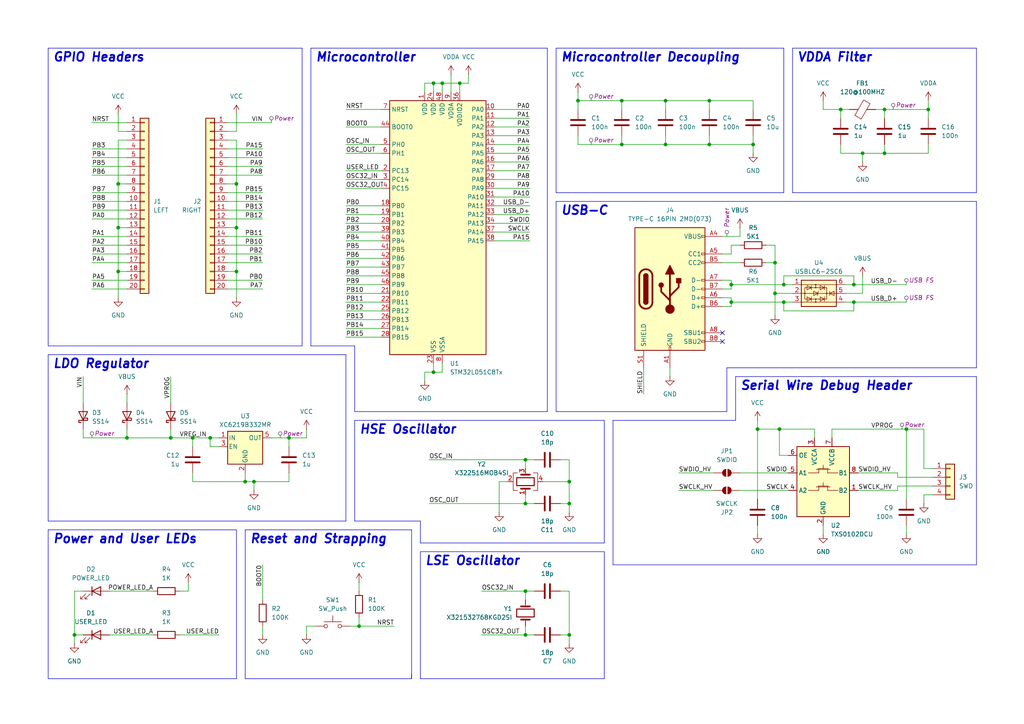
<source format=kicad_sch>
(kicad_sch (version 20231120) (generator "eeschema") (generator_version "8.0")
  (paper "A4")
  (title_block (title "PicoLP v1.0 Microcontroller Board") (date "2024-09-17") (rev "v1.0"))
  (junction (at 152.4 171.45))
  (junction (at 104.14 181.61))
  (junction (at 243.84 31.75))
  (junction (at 73.66 139.7))
  (junction (at 165.1 184.15))
  (junction (at 205.74 41.91))
  (junction (at 68.58 78.74))
  (junction (at 165.1 146.05))
  (junction (at 36.83 127))
  (junction (at 193.04 41.91))
  (junction (at 60.96 127))
  (junction (at 180.34 41.91))
  (junction (at 34.29 53.34))
  (junction (at 224.79 85.09))
  (junction (at 49.53 127))
  (junction (at 34.29 78.74))
  (junction (at 219.71 124.46))
  (junction (at 226.06 124.46))
  (junction (at 68.58 53.34))
  (junction (at 269.24 31.75))
  (junction (at 152.4 146.05))
  (junction (at 247.65 82.55))
  (junction (at 21.59 184.15))
  (junction (at 55.88 127))
  (junction (at 193.04 29.21))
  (junction (at 34.29 66.04))
  (junction (at 218.44 41.91))
  (junction (at 205.74 29.21))
  (junction (at 133.35 24.13))
  (junction (at 152.4 133.35))
  (junction (at 262.89 124.46))
  (junction (at 152.4 184.15))
  (junction (at 180.34 29.21))
  (junction (at 83.82 127))
  (junction (at 256.54 44.45))
  (junction (at 224.79 76.2))
  (junction (at 250.19 44.45))
  (junction (at 71.12 139.7))
  (junction (at 212.09 82.55))
  (junction (at 167.64 29.21))
  (junction (at 256.54 31.75))
  (junction (at 165.1 139.7))
  (junction (at 247.65 87.63))
  (junction (at 212.09 87.63))
  (junction (at 125.73 107.95))
  (junction (at 125.73 24.13))
  (junction (at 68.58 66.04))
  (junction (at 128.27 24.13))
  (junction (at 227.33 87.63))
  (junction (at 227.33 82.55))
  (no_connect (at 209.55 96.52))
  (no_connect (at 209.55 99.06))
  (wire (pts (xy 143.51 69.85) (xy 153.67 69.85)))
  (polyline (pts (xy 158.75 13.97) (xy 90.17 13.97)))
  (wire (pts (xy 26.67 50.8) (xy 36.83 50.8)))
  (wire (pts (xy 218.44 41.91) (xy 218.44 39.37)))
  (polyline (pts (xy 210.82 106.68) (xy 283.21 106.68)))
  (wire (pts (xy 68.58 78.74) (xy 68.58 86.36)))
  (wire (pts (xy 88.9 184.15) (xy 88.9 181.61)))
  (polyline (pts (xy 90.17 13.97) (xy 90.17 100.33)))
  (polyline (pts (xy 13.97 102.87) (xy 100.33 102.87)))
  (wire (pts (xy 214.63 142.24) (xy 228.6 142.24)))
  (wire (pts (xy 36.83 73.66) (xy 26.67 73.66)))
  (wire (pts (xy 143.51 64.77) (xy 153.67 64.77)))
  (wire (pts (xy 212.09 86.36) (xy 212.09 87.63)))
  (wire (pts (xy 21.59 171.45) (xy 24.13 171.45)))
  (wire (pts (xy 154.94 133.35) (xy 152.4 133.35)))
  (wire (pts (xy 152.4 146.05) (xy 154.94 146.05)))
  (polyline (pts (xy 71.12 196.85) (xy 119.38 196.85)) (stroke (width 0) (type solid)))
  (wire (pts (xy 144.78 148.59) (xy 144.78 139.7)))
  (wire (pts (xy 227.33 90.17) (xy 227.33 87.63)))
  (polyline (pts (xy 100.33 102.87) (xy 100.33 151.13)))
  (wire (pts (xy 226.06 132.08) (xy 226.06 124.46)))
  (polyline (pts (xy 121.92 151.13) (xy 121.92 157.48)))
  (wire (pts (xy 143.51 39.37) (xy 153.67 39.37)))
  (polyline (pts (xy 213.36 121.92) (xy 213.36 109.22)))
  (wire (pts (xy 152.4 184.15) (xy 154.94 184.15)))
  (wire (pts (xy 162.56 184.15) (xy 165.1 184.15)))
  (wire (pts (xy 83.82 127) (xy 78.74 127)))
  (wire (pts (xy 34.29 38.1) (xy 36.83 38.1)))
  (wire (pts (xy 238.76 31.75) (xy 238.76 29.21)))
  (polyline (pts (xy 121.92 151.13) (xy 102.87 151.13)))
  (wire (pts (xy 135.89 24.13) (xy 133.35 24.13)))
  (polyline (pts (xy 213.36 109.22) (xy 283.21 109.22)))
  (wire (pts (xy 205.74 39.37) (xy 205.74 41.91)))
  (wire (pts (xy 100.33 92.71) (xy 110.49 92.71)))
  (polyline (pts (xy 175.26 196.85) (xy 121.92 196.85)))
  (polyline (pts (xy 175.26 196.85) (xy 175.26 160.02)))
  (wire (pts (xy 66.04 43.18) (xy 76.2 43.18)))
  (wire (pts (xy 209.55 68.58) (xy 214.63 68.58)))
  (polyline (pts (xy 13.97 196.85) (xy 68.58 196.85)) (stroke (width 0) (type solid)))
  (wire (pts (xy 100.33 95.25) (xy 110.49 95.25)))
  (wire (pts (xy 143.51 54.61) (xy 153.67 54.61)))
  (wire (pts (xy 205.74 31.75) (xy 205.74 29.21)))
  (wire (pts (xy 36.83 40.64) (xy 34.29 40.64)))
  (wire (pts (xy 143.51 49.53) (xy 153.67 49.53)))
  (wire (pts (xy 31.75 171.45) (xy 44.45 171.45)))
  (wire (pts (xy 212.09 81.28) (xy 212.09 82.55)))
  (wire (pts (xy 100.33 64.77) (xy 110.49 64.77)))
  (wire (pts (xy 49.53 109.22) (xy 49.53 116.84)))
  (wire (pts (xy 165.1 171.45) (xy 162.56 171.45)))
  (wire (pts (xy 269.24 29.21) (xy 269.24 31.75)))
  (wire (pts (xy 180.34 29.21) (xy 193.04 29.21)))
  (wire (pts (xy 76.2 63.5) (xy 66.04 63.5)))
  (wire (pts (xy 256.54 31.75) (xy 254 31.75)))
  (wire (pts (xy 269.24 31.75) (xy 269.24 34.29)))
  (wire (pts (xy 209.55 83.82) (xy 212.09 83.82)))
  (wire (pts (xy 143.51 57.15) (xy 153.67 57.15)))
  (wire (pts (xy 26.67 58.42) (xy 36.83 58.42)))
  (wire (pts (xy 36.83 68.58) (xy 26.67 68.58)))
  (wire (pts (xy 36.83 114.3) (xy 36.83 116.84)))
  (polyline (pts (xy 102.87 100.33) (xy 102.87 119.38)))
  (wire (pts (xy 212.09 71.12) (xy 214.63 71.12)))
  (polyline (pts (xy 13.97 102.87) (xy 13.97 151.13)))
  (wire (pts (xy 76.2 81.28) (xy 66.04 81.28)))
  (wire (pts (xy 212.09 82.55) (xy 212.09 83.82)))
  (polyline (pts (xy 229.87 13.97) (xy 229.87 55.88)))
  (wire (pts (xy 100.33 36.83) (xy 110.49 36.83)))
  (wire (pts (xy 165.1 133.35) (xy 162.56 133.35)))
  (wire (pts (xy 165.1 186.69) (xy 165.1 184.15)))
  (wire (pts (xy 143.51 44.45) (xy 153.67 44.45)))
  (wire (pts (xy 260.35 138.43) (xy 270.51 138.43)))
  (polyline (pts (xy 13.97 153.67) (xy 13.97 196.85)) (stroke (width 0) (type solid)))
  (wire (pts (xy 100.33 31.75) (xy 110.49 31.75)))
  (polyline (pts (xy 229.87 13.97) (xy 283.21 13.97)))
  (wire (pts (xy 180.34 41.91) (xy 167.64 41.91)))
  (wire (pts (xy 100.33 59.69) (xy 110.49 59.69)))
  (wire (pts (xy 68.58 53.34) (xy 66.04 53.34)))
  (wire (pts (xy 224.79 85.09) (xy 229.87 85.09)))
  (wire (pts (xy 238.76 154.94) (xy 238.76 152.4)))
  (wire (pts (xy 269.24 41.91) (xy 269.24 44.45)))
  (wire (pts (xy 248.92 137.16) (xy 260.35 137.16)))
  (wire (pts (xy 110.49 49.53) (xy 100.33 49.53)))
  (wire (pts (xy 100.33 52.07) (xy 110.49 52.07)))
  (wire (pts (xy 186.69 106.68) (xy 186.69 114.3)))
  (wire (pts (xy 243.84 31.75) (xy 238.76 31.75)))
  (wire (pts (xy 49.53 127) (xy 55.88 127)))
  (wire (pts (xy 21.59 171.45) (xy 21.59 184.15)))
  (wire (pts (xy 243.84 31.75) (xy 243.84 34.29)))
  (polyline (pts (xy 177.8 163.83) (xy 177.8 121.92)))
  (wire (pts (xy 68.58 66.04) (xy 66.04 66.04)))
  (wire (pts (xy 60.96 127) (xy 60.96 129.54)))
  (wire (pts (xy 76.2 73.66) (xy 66.04 73.66)))
  (wire (pts (xy 60.96 127) (xy 55.88 127)))
  (wire (pts (xy 100.33 69.85) (xy 110.49 69.85)))
  (wire (pts (xy 222.25 76.2) (xy 224.79 76.2)))
  (wire (pts (xy 245.11 82.55) (xy 247.65 82.55)))
  (wire (pts (xy 76.2 58.42) (xy 66.04 58.42)))
  (wire (pts (xy 262.89 124.46) (xy 267.97 124.46)))
  (wire (pts (xy 63.5 127) (xy 60.96 127)))
  (wire (pts (xy 227.33 82.55) (xy 227.33 80.01)))
  (wire (pts (xy 267.97 146.05) (xy 267.97 143.51)))
  (wire (pts (xy 100.33 44.45) (xy 110.49 44.45)))
  (wire (pts (xy 167.64 31.75) (xy 167.64 29.21)))
  (wire (pts (xy 68.58 33.02) (xy 68.58 38.1)))
  (wire (pts (xy 128.27 24.13) (xy 133.35 24.13)))
  (wire (pts (xy 143.51 36.83) (xy 153.67 36.83)))
  (wire (pts (xy 128.27 105.41) (xy 128.27 107.95)))
  (wire (pts (xy 152.4 143.51) (xy 152.4 146.05)))
  (wire (pts (xy 224.79 76.2) (xy 224.79 85.09)))
  (wire (pts (xy 24.13 116.84) (xy 24.13 109.22)))
  (polyline (pts (xy 87.63 100.33) (xy 87.63 13.97)))
  (wire (pts (xy 100.33 87.63) (xy 110.49 87.63)))
  (polyline (pts (xy 227.33 13.97) (xy 161.29 13.97)))
  (wire (pts (xy 100.33 85.09) (xy 110.49 85.09)))
  (wire (pts (xy 68.58 53.34) (xy 68.58 66.04)))
  (wire (pts (xy 167.64 39.37) (xy 167.64 41.91)))
  (wire (pts (xy 139.7 171.45) (xy 152.4 171.45)))
  (polyline (pts (xy 102.87 121.92) (xy 175.26 121.92)))
  (wire (pts (xy 36.83 76.2) (xy 26.67 76.2)))
  (wire (pts (xy 224.79 71.12) (xy 222.25 71.12)))
  (wire (pts (xy 212.09 87.63) (xy 227.33 87.63)))
  (wire (pts (xy 154.94 171.45) (xy 152.4 171.45)))
  (wire (pts (xy 224.79 85.09) (xy 224.79 91.44)))
  (wire (pts (xy 162.56 146.05) (xy 165.1 146.05)))
  (wire (pts (xy 100.33 62.23) (xy 110.49 62.23)))
  (wire (pts (xy 34.29 66.04) (xy 36.83 66.04)))
  (wire (pts (xy 100.33 72.39) (xy 110.49 72.39)))
  (wire (pts (xy 26.67 43.18) (xy 36.83 43.18)))
  (polyline (pts (xy 100.33 151.13) (xy 13.97 151.13)))
  (wire (pts (xy 24.13 127) (xy 36.83 127)))
  (wire (pts (xy 125.73 24.13) (xy 125.73 26.67)))
  (wire (pts (xy 101.6 181.61) (xy 104.14 181.61)))
  (wire (pts (xy 100.33 97.79) (xy 110.49 97.79)))
  (wire (pts (xy 34.29 78.74) (xy 34.29 86.36)))
  (wire (pts (xy 219.71 124.46) (xy 226.06 124.46)))
  (polyline (pts (xy 283.21 109.22) (xy 283.21 163.83)))
  (wire (pts (xy 66.04 38.1) (xy 68.58 38.1)))
  (wire (pts (xy 260.35 137.16) (xy 260.35 138.43)))
  (wire (pts (xy 152.4 181.61) (xy 152.4 184.15)))
  (wire (pts (xy 124.46 133.35) (xy 152.4 133.35)))
  (wire (pts (xy 226.06 124.46) (xy 236.22 124.46)))
  (wire (pts (xy 167.64 26.67) (xy 167.64 29.21)))
  (wire (pts (xy 248.92 142.24) (xy 260.35 142.24)))
  (wire (pts (xy 227.33 80.01) (xy 247.65 80.01)))
  (wire (pts (xy 205.74 41.91) (xy 218.44 41.91)))
  (polyline (pts (xy 283.21 58.42) (xy 161.29 58.42)))
  (wire (pts (xy 123.19 26.67) (xy 123.19 24.13)))
  (wire (pts (xy 193.04 29.21) (xy 193.04 31.75)))
  (wire (pts (xy 36.83 127) (xy 49.53 127)))
  (wire (pts (xy 270.51 140.97) (xy 260.35 140.97)))
  (wire (pts (xy 165.1 146.05) (xy 165.1 139.7)))
  (wire (pts (xy 76.2 60.96) (xy 66.04 60.96)))
  (polyline (pts (xy 227.33 55.88) (xy 227.33 13.97)))
  (wire (pts (xy 26.67 48.26) (xy 36.83 48.26)))
  (wire (pts (xy 123.19 107.95) (xy 125.73 107.95)))
  (wire (pts (xy 241.3 124.46) (xy 241.3 127)))
  (polyline (pts (xy 13.97 13.97) (xy 13.97 100.33)))
  (wire (pts (xy 26.67 45.72) (xy 36.83 45.72)))
  (wire (pts (xy 262.89 124.46) (xy 262.89 144.78)))
  (polyline (pts (xy 71.12 153.67) (xy 119.38 153.67)) (stroke (width 0) (type solid)))
  (wire (pts (xy 63.5 129.54) (xy 60.96 129.54)))
  (polyline (pts (xy 68.58 153.67) (xy 68.58 196.85)) (stroke (width 0) (type solid)))
  (wire (pts (xy 88.9 124.46) (xy 88.9 127)))
  (polyline (pts (xy 283.21 106.68) (xy 283.21 58.42)))
  (wire (pts (xy 267.97 124.46) (xy 267.97 135.89)))
  (polyline (pts (xy 158.75 119.38) (xy 158.75 13.97)))
  (polyline (pts (xy 102.87 119.38) (xy 158.75 119.38)))
  (polyline (pts (xy 161.29 13.97) (xy 161.29 55.88)))
  (wire (pts (xy 246.38 31.75) (xy 243.84 31.75)))
  (wire (pts (xy 66.04 45.72) (xy 76.2 45.72)))
  (wire (pts (xy 269.24 44.45) (xy 256.54 44.45)))
  (wire (pts (xy 125.73 24.13) (xy 128.27 24.13)))
  (wire (pts (xy 143.51 52.07) (xy 153.67 52.07)))
  (polyline (pts (xy 161.29 119.38) (xy 210.82 119.38)))
  (wire (pts (xy 250.19 44.45) (xy 243.84 44.45)))
  (wire (pts (xy 34.29 33.02) (xy 34.29 38.1)))
  (wire (pts (xy 193.04 41.91) (xy 180.34 41.91)))
  (wire (pts (xy 76.2 68.58) (xy 66.04 68.58)))
  (polyline (pts (xy 121.92 160.02) (xy 121.92 196.85)))
  (wire (pts (xy 250.19 80.01) (xy 250.19 85.09)))
  (wire (pts (xy 55.88 139.7) (xy 71.12 139.7)))
  (wire (pts (xy 100.33 80.01) (xy 110.49 80.01)))
  (wire (pts (xy 124.46 146.05) (xy 152.4 146.05)))
  (wire (pts (xy 165.1 148.59) (xy 165.1 146.05)))
  (polyline (pts (xy 90.17 100.33) (xy 102.87 100.33)))
  (wire (pts (xy 218.44 41.91) (xy 218.44 44.45)))
  (wire (pts (xy 100.33 82.55) (xy 110.49 82.55)))
  (wire (pts (xy 214.63 137.16) (xy 228.6 137.16)))
  (polyline (pts (xy 119.38 196.85) (xy 119.38 153.67)) (stroke (width 0) (type solid)))
  (wire (pts (xy 165.1 184.15) (xy 165.1 171.45)))
  (wire (pts (xy 34.29 66.04) (xy 34.29 78.74)))
  (wire (pts (xy 250.19 46.99) (xy 250.19 44.45)))
  (wire (pts (xy 143.51 31.75) (xy 153.67 31.75)))
  (polyline (pts (xy 283.21 163.83) (xy 177.8 163.83)))
  (wire (pts (xy 73.66 139.7) (xy 83.82 139.7)))
  (wire (pts (xy 207.01 142.24) (xy 196.85 142.24)))
  (wire (pts (xy 219.71 152.4) (xy 219.71 154.94)))
  (wire (pts (xy 144.78 139.7) (xy 147.32 139.7)))
  (wire (pts (xy 68.58 78.74) (xy 66.04 78.74)))
  (wire (pts (xy 256.54 31.75) (xy 256.54 34.29)))
  (wire (pts (xy 104.14 168.91) (xy 104.14 171.45)))
  (wire (pts (xy 167.64 29.21) (xy 180.34 29.21)))
  (wire (pts (xy 143.51 41.91) (xy 153.67 41.91)))
  (wire (pts (xy 66.04 35.56) (xy 78.74 35.56)))
  (wire (pts (xy 100.33 67.31) (xy 110.49 67.31)))
  (wire (pts (xy 214.63 66.04) (xy 214.63 68.58)))
  (wire (pts (xy 236.22 127) (xy 236.22 124.46)))
  (wire (pts (xy 66.04 83.82) (xy 76.2 83.82)))
  (wire (pts (xy 34.29 78.74) (xy 36.83 78.74)))
  (wire (pts (xy 68.58 66.04) (xy 68.58 78.74)))
  (wire (pts (xy 21.59 184.15) (xy 24.13 184.15)))
  (wire (pts (xy 247.65 82.55) (xy 262.89 82.55)))
  (wire (pts (xy 100.33 41.91) (xy 110.49 41.91)))
  (wire (pts (xy 123.19 24.13) (xy 125.73 24.13)))
  (polyline (pts (xy 71.12 153.67) (xy 71.12 196.85)) (stroke (width 0) (type solid)))
  (wire (pts (xy 218.44 29.21) (xy 218.44 31.75)))
  (wire (pts (xy 34.29 40.64) (xy 34.29 53.34)))
  (wire (pts (xy 241.3 124.46) (xy 262.89 124.46)))
  (wire (pts (xy 180.34 39.37) (xy 180.34 41.91)))
  (wire (pts (xy 193.04 29.21) (xy 205.74 29.21)))
  (wire (pts (xy 243.84 44.45) (xy 243.84 41.91)))
  (wire (pts (xy 247.65 87.63) (xy 247.65 90.17)))
  (wire (pts (xy 245.11 87.63) (xy 247.65 87.63)))
  (wire (pts (xy 143.51 46.99) (xy 153.67 46.99)))
  (wire (pts (xy 66.04 40.64) (xy 68.58 40.64)))
  (wire (pts (xy 52.07 184.15) (xy 63.5 184.15)))
  (wire (pts (xy 269.24 31.75) (xy 256.54 31.75)))
  (wire (pts (xy 165.1 139.7) (xy 165.1 133.35)))
  (wire (pts (xy 21.59 186.69) (xy 21.59 184.15)))
  (wire (pts (xy 66.04 48.26) (xy 76.2 48.26)))
  (wire (pts (xy 76.2 184.15) (xy 76.2 181.61)))
  (wire (pts (xy 256.54 41.91) (xy 256.54 44.45)))
  (wire (pts (xy 260.35 140.97) (xy 260.35 142.24)))
  (wire (pts (xy 26.67 55.88) (xy 36.83 55.88)))
  (polyline (pts (xy 87.63 13.97) (xy 13.97 13.97)))
  (wire (pts (xy 212.09 87.63) (xy 212.09 88.9)))
  (wire (pts (xy 193.04 41.91) (xy 193.04 39.37)))
  (wire (pts (xy 55.88 137.16) (xy 55.88 139.7)))
  (wire (pts (xy 76.2 71.12) (xy 66.04 71.12)))
  (wire (pts (xy 125.73 105.41) (xy 125.73 107.95)))
  (wire (pts (xy 256.54 44.45) (xy 250.19 44.45)))
  (wire (pts (xy 24.13 124.46) (xy 24.13 127)))
  (wire (pts (xy 196.85 137.16) (xy 207.01 137.16)))
  (wire (pts (xy 76.2 76.2) (xy 66.04 76.2)))
  (wire (pts (xy 247.65 87.63) (xy 262.89 87.63)))
  (polyline (pts (xy 210.82 119.38) (xy 210.82 106.68)))
  (wire (pts (xy 227.33 87.63) (xy 229.87 87.63)))
  (wire (pts (xy 125.73 107.95) (xy 128.27 107.95)))
  (polyline (pts (xy 119.38 196.85) (xy 119.38 195.58)) (stroke (width 0) (type solid)))
  (wire (pts (xy 152.4 133.35) (xy 152.4 135.89)))
  (wire (pts (xy 194.31 106.68) (xy 194.31 109.22)))
  (wire (pts (xy 100.33 54.61) (xy 110.49 54.61)))
  (wire (pts (xy 104.14 179.07) (xy 104.14 181.61)))
  (wire (pts (xy 114.3 181.61) (xy 104.14 181.61)))
  (wire (pts (xy 71.12 137.16) (xy 71.12 139.7)))
  (wire (pts (xy 152.4 171.45) (xy 152.4 173.99)))
  (wire (pts (xy 139.7 184.15) (xy 152.4 184.15)))
  (wire (pts (xy 227.33 82.55) (xy 229.87 82.55)))
  (wire (pts (xy 209.55 81.28) (xy 212.09 81.28)))
  (wire (pts (xy 54.61 168.91) (xy 54.61 171.45)))
  (wire (pts (xy 55.88 127) (xy 55.88 129.54)))
  (wire (pts (xy 100.33 74.93) (xy 110.49 74.93)))
  (wire (pts (xy 247.65 80.01) (xy 247.65 82.55)))
  (polyline (pts (xy 177.8 121.92) (xy 213.36 121.92)))
  (polyline (pts (xy 283.21 55.88) (xy 283.21 13.97)))
  (wire (pts (xy 100.33 90.17) (xy 110.49 90.17)))
  (wire (pts (xy 133.35 24.13) (xy 133.35 26.67)))
  (wire (pts (xy 180.34 29.21) (xy 180.34 31.75)))
  (wire (pts (xy 205.74 29.21) (xy 218.44 29.21)))
  (wire (pts (xy 143.51 62.23) (xy 153.67 62.23)))
  (polyline (pts (xy 161.29 55.88) (xy 227.33 55.88)))
  (wire (pts (xy 267.97 143.51) (xy 270.51 143.51)))
  (wire (pts (xy 73.66 142.24) (xy 73.66 139.7)))
  (wire (pts (xy 100.33 77.47) (xy 110.49 77.47)))
  (polyline (pts (xy 102.87 121.92) (xy 102.87 151.13)))
  (wire (pts (xy 54.61 171.45) (xy 52.07 171.45)))
  (wire (pts (xy 209.55 86.36) (xy 212.09 86.36)))
  (wire (pts (xy 68.58 40.64) (xy 68.58 53.34)))
  (polyline (pts (xy 161.29 58.42) (xy 161.29 119.38)))
  (wire (pts (xy 212.09 88.9) (xy 209.55 88.9)))
  (wire (pts (xy 128.27 26.67) (xy 128.27 24.13)))
  (wire (pts (xy 143.51 34.29) (xy 153.67 34.29)))
  (wire (pts (xy 228.6 132.08) (xy 226.06 132.08)))
  (wire (pts (xy 267.97 135.89) (xy 270.51 135.89)))
  (wire (pts (xy 247.65 90.17) (xy 227.33 90.17)))
  (wire (pts (xy 26.67 60.96) (xy 36.83 60.96)))
  (polyline (pts (xy 175.26 160.02) (xy 121.92 160.02)))
  (wire (pts (xy 31.75 184.15) (xy 44.45 184.15)))
  (wire (pts (xy 49.53 127) (xy 49.53 124.46)))
  (wire (pts (xy 212.09 71.12) (xy 212.09 73.66)))
  (wire (pts (xy 73.66 139.7) (xy 71.12 139.7)))
  (wire (pts (xy 88.9 181.61) (xy 91.44 181.61)))
  (wire (pts (xy 36.83 63.5) (xy 26.67 63.5)))
  (wire (pts (xy 123.19 110.49) (xy 123.19 107.95)))
  (wire (pts (xy 26.67 35.56) (xy 36.83 35.56)))
  (wire (pts (xy 212.09 82.55) (xy 227.33 82.55)))
  (polyline (pts (xy 229.87 55.88) (xy 283.21 55.88)))
  (wire (pts (xy 212.09 73.66) (xy 209.55 73.66)))
  (wire (pts (xy 209.55 76.2) (xy 214.63 76.2)))
  (wire (pts (xy 34.29 53.34) (xy 36.83 53.34)))
  (wire (pts (xy 36.83 71.12) (xy 26.67 71.12)))
  (wire (pts (xy 83.82 139.7) (xy 83.82 137.16)))
  (wire (pts (xy 76.2 55.88) (xy 66.04 55.88)))
  (wire (pts (xy 130.81 21.59) (xy 130.81 26.67)))
  (wire (pts (xy 250.19 85.09) (xy 245.11 85.09)))
  (wire (pts (xy 36.83 83.82) (xy 26.67 83.82)))
  (wire (pts (xy 193.04 41.91) (xy 205.74 41.91)))
  (polyline (pts (xy 13.97 100.33) (xy 87.63 100.33)))
  (wire (pts (xy 219.71 121.92) (xy 219.71 124.46)))
  (wire (pts (xy 135.89 21.59) (xy 135.89 24.13)))
  (wire (pts (xy 224.79 71.12) (xy 224.79 76.2)))
  (wire (pts (xy 36.83 124.46) (xy 36.83 127)))
  (wire (pts (xy 76.2 163.83) (xy 76.2 173.99)))
  (polyline (pts (xy 175.26 157.48) (xy 175.26 121.92)))
  (wire (pts (xy 36.83 81.28) (xy 26.67 81.28)))
  (wire (pts (xy 262.89 152.4) (xy 262.89 154.94)))
  (polyline (pts (xy 13.97 153.67) (xy 68.58 153.67)) (stroke (width 0) (type solid)))
  (polyline (pts (xy 121.92 157.48) (xy 175.26 157.48)))
  (wire (pts (xy 88.9 127) (xy 83.82 127)))
  (wire (pts (xy 83.82 129.54) (xy 83.82 127)))
  (wire (pts (xy 34.29 53.34) (xy 34.29 66.04)))
  (wire (pts (xy 143.51 59.69) (xy 153.67 59.69)))
  (wire (pts (xy 143.51 67.31) (xy 153.67 67.31)))
  (wire (pts (xy 157.48 139.7) (xy 165.1 139.7)))
  (wire (pts (xy 219.71 144.78) (xy 219.71 124.46)))
  (wire (pts (xy 66.04 50.8) (xy 76.2 50.8)))
  (text "Reset and Strapping" (at 72.39 154.94 0) (effects (font (size 2.54 2.54) (thickness 0.508) (bold yes) (italic yes)) (justify left top)))
  (text "HSE Oscillator" (at 104.14 123.19 0) (effects (font (size 2.54 2.54) (thickness 0.508) (bold yes) (italic yes)) (justify left top)))
  (text "Serial Wire Debug Header" (at 214.63 110.49 0) (effects (font (size 2.54 2.54) (thickness 0.508) (bold yes) (italic yes)) (justify left top)))
  (text "GPIO Headers" (at 15.24 15.24 0) (effects (font (size 2.54 2.54) (thickness 0.508) (bold yes) (italic yes)) (justify left top)))
  (text "LDO Regulator" (at 15.24 104.14 0) (effects (font (size 2.54 2.54) (thickness 0.508) (bold yes) (italic yes)) (justify left top)))
  (text "LSE Oscillator" (at 123.19 161.29 0) (effects (font (size 2.54 2.54) (thickness 0.508) (bold yes) (italic yes)) (justify left top)))
  (text "USB-C" (at 162.56 59.69 0) (effects (font (size 2.54 2.54) (thickness 0.508) (bold yes) (italic yes)) (justify left top)))
  (text "Power and User LEDs" (at 15.24 154.94 0) (effects (font (size 2.54 2.54) (thickness 0.508) (bold yes) (italic yes)) (justify left top)))
  (text "Microcontroller" (at 91.44 15.24 0) (effects (font (size 2.54 2.54) (thickness 0.508) (bold yes) (italic yes)) (justify left top)))
  (text "VDDA Filter" (at 231.14 15.24 0) (effects (font (size 2.54 2.54) (thickness 0.508) (bold yes) (italic yes)) (justify left top)))
  (text "Microcontroller Decoupling" (at 162.56 15.24 0) (effects (font (size 2.54 2.54) (thickness 0.508) (bold yes) (italic yes)) (justify left top)))
  (label "VPROG" (at 49.53 109.22 270))
  (label "USB_D-" (at 260.35 82.55 180))
  (label "SWCLK" (at 222.25 142.24 0))
  (label "PB3" (at 26.67 43.18 0))
  (label "VREG_IN" (at 52.07 127 0))
  (label "PA8" (at 76.2 50.8 180))
  (label "PA3" (at 153.67 39.37 180))
  (label "OSC_IN" (at 124.46 133.35 0))
  (label "NRST" (at 100.33 31.75 0))
  (label "PA15" (at 153.67 69.85 180))
  (label "SWCLK" (at 153.67 67.31 180))
  (label "PB12" (at 100.33 90.17 0))
  (label "PA7" (at 153.67 49.53 180))
  (label "PB6" (at 26.67 50.8 0))
  (label "OSC_OUT" (at 100.33 44.45 0))
  (label "SWDIO_HV" (at 196.85 137.16 0))
  (label "USER_LED_A" (at 44.45 184.15 180))
  (label "PA8" (at 153.67 52.07 180))
  (label "SWDIO" (at 153.67 64.77 180))
  (label "PB13" (at 100.33 92.71 0))
  (label "SWCLK_HV" (at 248.92 142.24 0))
  (label "PB10" (at 76.2 71.12 180))
  (label "PA9" (at 76.2 48.26 180))
  (label "NRST" (at 114.3 181.61 180))
  (label "PB11" (at 100.33 87.63 0))
  (label "PB5" (at 100.33 72.39 0))
  (label "OSC32_IN" (at 100.33 52.07 0))
  (label "PA9" (at 153.67 54.61 180))
  (label "PB1" (at 100.33 62.23 0))
  (label "PB5" (at 26.67 48.26 0))
  (label "USB_D+" (at 153.67 62.23 180))
  (label "PB0" (at 100.33 59.69 0))
  (label "PB12" (at 76.2 63.5 180))
  (label "OSC_IN" (at 100.33 41.91 0))
  (label "PA5" (at 153.67 44.45 180))
  (label "PB1" (at 76.2 76.2 180))
  (label "USER_LED" (at 100.33 49.53 0))
  (label "PB7" (at 100.33 77.47 0))
  (label "PA15" (at 76.2 43.18 180))
  (label "OSC32_OUT" (at 139.7 184.15 0))
  (label "PB8" (at 26.67 58.42 0))
  (label "USB_D-" (at 153.67 59.69 180))
  (label "PA1" (at 153.67 34.29 180))
  (label "USER_LED" (at 63.5 184.15 180))
  (label "PA5" (at 26.67 81.28 0))
  (label "PB14" (at 76.2 58.42 180))
  (label "PA0" (at 26.67 63.5 0))
  (label "PA1" (at 26.67 68.58 0))
  (label "PB11" (at 76.2 68.58 180))
  (label "SWDIO" (at 222.25 137.16 0))
  (label "VPROG" (at 259.08 124.46 180))
  (label "PB6" (at 100.33 74.93 0))
  (label "SWDIO_HV" (at 248.92 137.16 0))
  (label "PB14" (at 100.33 95.25 0))
  (label "PA3" (at 26.67 73.66 0))
  (label "PA4" (at 26.67 76.2 0))
  (label "NRST" (at 26.67 35.56 0))
  (label "PB15" (at 76.2 55.88 180))
  (label "PA7" (at 76.2 83.82 180))
  (label "PB15" (at 100.33 97.79 0))
  (label "PB9" (at 26.67 60.96 0))
  (label "PB4" (at 26.67 45.72 0))
  (label "POWER_LED_A" (at 44.45 171.45 180))
  (label "PB10" (at 100.33 85.09 0))
  (label "PA6" (at 153.67 46.99 180))
  (label "PA6" (at 26.67 83.82 0))
  (label "OSC32_OUT" (at 100.33 54.61 0))
  (label "PB0" (at 76.2 81.28 180))
  (label "PB2" (at 76.2 73.66 180))
  (label "PB3" (at 100.33 67.31 0))
  (label "PB13" (at 76.2 60.96 180))
  (label "PB9" (at 100.33 82.55 0))
  (label "BOOT0" (at 76.2 163.83 270))
  (label "PB2" (at 100.33 64.77 0))
  (label "PA0" (at 153.67 31.75 180))
  (label "PA2" (at 153.67 36.83 180))
  (label "SHIELD" (at 186.69 114.3 90))
  (label "PA10" (at 153.67 57.15 180))
  (label "OSC32_IN" (at 139.7 171.45 0))
  (label "BOOT0" (at 100.33 36.83 0))
  (label "PA10" (at 76.2 45.72 180))
  (label "PA2" (at 26.67 71.12 0))
  (label "USB_D+" (at 260.35 87.63 180))
  (label "VIN" (at 24.13 109.22 270))
  (label "PB4" (at 100.33 69.85 0))
  (label "PB7" (at 26.67 55.88 0))
  (label "OSC_OUT" (at 124.46 146.05 0))
  (label "PB8" (at 100.33 80.01 0))
  (label "VIN" (at 76.2 35.56 180))
  (label "SWCLK_HV" (at 196.85 142.24 0))
  (label "PA4" (at 153.67 41.91 180))
  (netclass_flag "" (length 1.27) (shape round) (at 210.82 68.58 0) (property "Netclass" "Power" (at 210.82 66.04 90) (effects (font (italic yes)) (justify left))))
  (netclass_flag "" (length 1.27) (shape round) (at 171.45 29.21 0) (property "Netclass" "Power" (at 172.1485 27.94 0) (effects (font (italic yes)) (justify left))))
  (netclass_flag "" (length 1.27) (shape round) (at 259.08 31.75 0) (property "Netclass" "Power" (at 259.7785 30.48 0) (effects (font (italic yes)) (justify left))))
  (netclass_flag "" (length 1.27) (shape round) (at 262.89 82.55 0) (property "Netclass" "USB FS" (at 263.5885 81.28 0) (effects (font (italic yes)) (justify left))))
  (netclass_flag "" (length 1.27) (shape round) (at 171.45 41.91 0) (property "Netclass" "Power" (at 172.1485 40.64 0) (effects (font (italic yes)) (justify left))))
  (netclass_flag "" (length 1.27) (shape round) (at 26.67 127 0) (property "Netclass" "Power" (at 27.3685 125.73 0) (effects (font (italic yes)) (justify left))))
  (netclass_flag "" (length 1.27) (shape round) (at 261.62 124.46 0) (property "Netclass" "Power" (at 262.3185 123.19 0) (effects (font (italic yes)) (justify left))))
  (netclass_flag "" (length 1.27) (shape round) (at 78.74 35.56 0) (property "Netclass" "Power" (at 79.4385 34.29 0) (effects (font (italic yes)) (justify left))))
  (netclass_flag "" (length 1.27) (shape round) (at 262.89 87.63 0) (property "Netclass" "USB FS" (at 263.5885 86.36 0) (effects (font (italic yes)) (justify left))))
  (netclass_flag "" (length 1.27) (shape round) (at 81.28 127 0) (property "Netclass" "Power" (at 81.9785 125.73 0) (effects (font (italic yes)) (justify left))))
  (symbol (lib_id "Device:C") (at 219.71 148.59 0) (unit 1)
    (property "Reference" "C8" (at 223.52 147.3199 0) (effects (justify left)))
    (property "Value" "100n" (at 223.52 149.8599 0) (effects (justify left)))
    (property "Footprint" "Capacitor_SMD:C_0402_1005Metric" (effects (hide yes)))
    (property "Description" "Unpolarized capacitor" (effects (hide yes)))
  )
  (symbol (lib_id "power:GND") (at 68.58 86.36 0) (mirror y) (unit 1)
    (property "Reference" "#PWR013" (effects (hide yes)))
    (property "Value" "GND" (at 68.58 91.44 0))
    (property "Description" "Power symbol creates a global label with name \"GND\" , ground" (effects (hide yes)))
  )
  (symbol (lib_id "Connector_Generic:Conn_01x04") (at 275.59 138.43 0) (unit 1)
    (property "Reference" "J3" (at 278.13 138.4299 0) (effects (justify left)))
    (property "Value" "SWD" (at 278.13 140.9699 0) (effects (justify left)))
    (property "Footprint" "Connector_PinHeader_2.54mm:PinHeader_1x04_P2.54mm_Vertical" (effects (hide yes)))
    (property "Description" "Generic connector, single row, 01x04, script generated (kicad-library-utils/schlib/autogen/connector/)" (effects (hide yes)))
  )
  (symbol (lib_id "Device:C") (at 205.74 35.56 0) (unit 1)
    (property "Reference" "C4" (at 209.55 34.2899 0) (effects (justify left)))
    (property "Value" "100n" (at 209.55 36.8299 0) (effects (justify left)))
    (property "Footprint" "Capacitor_SMD:C_0402_1005Metric" (effects (hide yes)))
    (property "Description" "Unpolarized capacitor" (effects (hide yes)))
  )
  (symbol (lib_id "Device:R") (at 48.26 171.45 90) (unit 1)
    (property "Reference" "R4" (at 48.26 165.1 90))
    (property "Value" "1K" (at 48.26 167.64 90))
    (property "Footprint" "Resistor_SMD:R_0603_1608Metric" (effects (hide yes)))
    (property "Description" "Resistor" (effects (hide yes)))
  )
  (symbol (lib_id "Switch:SW_Push") (at 96.52 181.61 0) (unit 1)
    (property "Reference" "SW1" (at 96.52 173.99 0))
    (property "Value" "SW_Push" (at 96.52 176.53 0))
    (property "Footprint" "TS-1088:TS-1088" (effects (hide yes)))
    (property "Description" "Push button switch, generic, two pins" (effects (hide yes)))
  )
  (symbol (lib_id "Device:C") (at 243.84 38.1 0) (unit 1)
    (property "Reference" "C14" (at 247.65 36.8299 0) (effects (justify left)))
    (property "Value" "1u" (at 247.65 39.3699 0) (effects (justify left)))
    (property "Footprint" "Capacitor_SMD:C_0603_1608Metric" (effects (hide yes)))
    (property "Description" "Unpolarized capacitor" (effects (hide yes)))
  )
  (symbol (lib_id "power:VBUS") (at 36.83 114.3 0) (unit 1)
    (property "Reference" "#PWR024" (effects (hide yes)))
    (property "Value" "VBUS" (at 36.83 109.22 0))
    (property "Description" "Power symbol creates a global label with name \"VBUS\"" (effects (hide yes)))
  )
  (symbol (lib_id "Diode:SS14") (at 24.13 120.65 90) (unit 1)
    (property "Reference" "D3" (at 26.67 119.6974 90) (effects (justify right)))
    (property "Value" "SS14" (at 26.67 122.2374 90) (effects (justify right)))
    (property "Footprint" "Diode_SMD:D_SMA" (effects (hide yes)))
    (property "Datasheet" "https://www.vishay.com/docs/88746/ss12.pdf" (effects (hide yes)))
    (property "Description" "40V 1A Schottky Diode, SMA" (effects (hide yes)))
  )
  (symbol (lib_id "power:GND") (at 224.79 91.44 0) (unit 1)
    (property "Reference" "#PWR029" (effects (hide yes)))
    (property "Value" "GND" (at 224.79 96.52 0))
    (property "Description" "Power symbol creates a global label with name \"GND\" , ground" (effects (hide yes)))
  )
  (symbol (lib_id "power:GND") (at 123.19 110.49 0) (unit 1)
    (property "Reference" "#PWR019" (effects (hide yes)))
    (property "Value" "GND" (at 123.19 115.57 0))
    (property "Description" "Power symbol creates a global label with name \"GND\" , ground" (effects (hide yes)))
  )
  (symbol (lib_id "Connector_Generic:Conn_01x20") (at 41.91 58.42 0) (unit 1)
    (property "Reference" "J1" (at 44.45 58.4199 0) (effects (justify left)))
    (property "Value" "LEFT" (at 44.45 60.9599 0) (effects (justify left)))
    (property "Footprint" "Connector_PinHeader_2.54mm:PinHeader_1x20_P2.54mm_Vertical" (effects (hide yes)))
    (property "Description" "Generic connector, single row, 01x20, script generated (kicad-library-utils/schlib/autogen/connector/)" (effects (hide yes)))
  )
  (symbol (lib_id "power:GND") (at 144.78 148.59 0) (unit 1)
    (property "Reference" "#PWR020" (effects (hide yes)))
    (property "Value" "GND" (at 144.78 153.67 0))
    (property "Description" "Power symbol creates a global label with name \"GND\" , ground" (effects (hide yes)))
  )
  (symbol (lib_id "power:VCC") (at 34.29 33.02 0) (unit 1)
    (property "Reference" "#PWR05" (effects (hide yes)))
    (property "Value" "VCC" (at 34.29 27.94 0))
    (property "Description" "Power symbol creates a global label with name \"VCC\"" (effects (hide yes)))
  )
  (symbol (lib_id "Device:C") (at 158.75 146.05 90) (mirror x) (unit 1)
    (property "Reference" "C11" (at 158.75 153.67 90))
    (property "Value" "18p" (at 158.75 151.13 90))
    (property "Footprint" "Capacitor_SMD:C_0402_1005Metric" (effects (hide yes)))
    (property "Description" "Unpolarized capacitor" (effects (hide yes)))
  )
  (symbol (lib_id "power:VCC") (at 167.64 26.67 0) (unit 1)
    (property "Reference" "#PWR03" (effects (hide yes)))
    (property "Value" "VCC" (at 167.64 21.59 0))
    (property "Description" "Power symbol creates a global label with name \"VCC\"" (effects (hide yes)))
  )
  (symbol (lib_id "power:GND") (at 218.44 44.45 0) (unit 1)
    (property "Reference" "#PWR09" (effects (hide yes)))
    (property "Value" "GND" (at 218.44 49.53 0))
    (property "Description" "Power symbol creates a global label with name \"GND\" , ground" (effects (hide yes)))
  )
  (symbol (lib_id "Device:Crystal") (at 152.4 177.8 270) (mirror x) (unit 1)
    (property "Reference" "Y1" (at 148.59 176.5299 90) (effects (justify right)))
    (property "Value" "X321532768KGD2SI" (at 148.59 179.0699 90) (effects (justify right)))
    (property "Footprint" "Crystal:Crystal_SMD_3215-2Pin_3.2x1.5mm" (effects (hide yes)))
    (property "Datasheet" "https://www.lcsc.com/datasheet/lcsc_datasheet_2103291236_YXC-Crystal-Oscillators-X321532768KGD2SI_C620155.pdf" (effects (hide yes)))
    (property "Description" "Two pin crystal" (effects (hide yes)))
  )
  (symbol (lib_id "Device:C") (at 218.44 35.56 0) (unit 1)
    (property "Reference" "C5" (at 222.25 34.2899 0) (effects (justify left)))
    (property "Value" "10u" (at 222.25 36.8299 0) (effects (justify left)))
    (property "Footprint" "Capacitor_SMD:C_1206_3216Metric" (effects (hide yes)))
    (property "Description" "Unpolarized capacitor" (effects (hide yes)))
  )
  (symbol (lib_id "power:VCC") (at 54.61 168.91 0) (unit 1)
    (property "Reference" "#PWR022" (effects (hide yes)))
    (property "Value" "VCC" (at 54.61 163.83 0))
    (property "Description" "Power symbol creates a global label with name \"VCC\"" (effects (hide yes)))
  )
  (symbol (lib_id "power:GND") (at 194.31 109.22 0) (unit 1)
    (property "Reference" "#PWR032" (effects (hide yes)))
    (property "Value" "GND" (at 194.31 114.3 0))
    (property "Description" "Power symbol creates a global label with name \"GND\" , ground" (effects (hide yes)))
  )
  (symbol (lib_id "Device:R") (at 218.44 71.12 90) (unit 1)
    (property "Reference" "R5" (at 218.44 66.04 90))
    (property "Value" "5K1" (at 218.44 68.58 90))
    (property "Footprint" "Resistor_SMD:R_0603_1608Metric" (effects (hide yes)))
    (property "Description" "Resistor" (effects (hide yes)))
  )
  (symbol (lib_id "power:GND") (at 76.2 184.15 0) (unit 1)
    (property "Reference" "#PWR07" (effects (hide yes)))
    (property "Value" "GND" (at 76.2 189.23 0))
    (property "Description" "Power symbol creates a global label with name \"GND\" , ground" (effects (hide yes)))
  )
  (symbol (lib_id "power:GND") (at 21.59 186.69 0) (unit 1)
    (property "Reference" "#PWR018" (effects (hide yes)))
    (property "Value" "GND" (at 21.59 191.77 0))
    (property "Description" "Power symbol creates a global label with name \"GND\" , ground" (effects (hide yes)))
  )
  (symbol (lib_id "Jumper:SolderJumper_2_Open") (at 210.82 137.16 0) (unit 1) (exclude_from_sim yes) (in_bom no)
    (property "Reference" "JP1" (at 210.82 130.81 0))
    (property "Value" "SWDIO" (at 210.82 133.35 0))
    (property "Footprint" "Jumper:SolderJumper-2_P1.3mm_Open_TrianglePad1.0x1.5mm" (effects (hide yes)))
    (property "Description" "Solder Jumper, 2-pole, open" (effects (hide yes)))
  )
  (symbol (lib_id "power:GND") (at 73.66 142.24 0) (unit 1)
    (property "Reference" "#PWR028" (effects (hide yes)))
    (property "Value" "GND" (at 73.66 147.32 0))
    (property "Description" "Power symbol creates a global label with name \"GND\" , ground" (effects (hide yes)))
  )
  (symbol (lib_id "power:VBUS") (at 250.19 80.01 0) (unit 1)
    (property "Reference" "#PWR027" (effects (hide yes)))
    (property "Value" "VBUS" (at 250.19 74.93 0))
    (property "Description" "Power symbol creates a global label with name \"VBUS\"" (effects (hide yes)))
  )
  (symbol (lib_id "Device:LED") (at 27.94 171.45 0) (unit 1)
    (property "Reference" "D2" (at 26.3525 165.1 0))
    (property "Value" "POWER_LED" (at 26.3525 167.64 0))
    (property "Footprint" "LED_SMD:LED_0603_1608Metric" (effects (hide yes)))
    (property "Description" "Light emitting diode" (effects (hide yes)))
  )
  (symbol (lib_id "Device:C") (at 158.75 133.35 90) (unit 1)
    (property "Reference" "C10" (at 158.75 125.73 90))
    (property "Value" "18p" (at 158.75 128.27 90))
    (property "Footprint" "Capacitor_SMD:C_0402_1005Metric" (effects (hide yes)))
    (property "Description" "Unpolarized capacitor" (effects (hide yes)))
  )
  (symbol (lib_id "Device:C") (at 193.04 35.56 0) (unit 1)
    (property "Reference" "C3" (at 196.85 34.2899 0) (effects (justify left)))
    (property "Value" "100n" (at 196.85 36.8299 0) (effects (justify left)))
    (property "Footprint" "Capacitor_SMD:C_0402_1005Metric" (effects (hide yes)))
    (property "Description" "Unpolarized capacitor" (effects (hide yes)))
  )
  (symbol (lib_id "power:GND") (at 262.89 154.94 0) (unit 1)
    (property "Reference" "#PWR017" (effects (hide yes)))
    (property "Value" "GND" (at 262.89 160.02 0))
    (property "Description" "Power symbol creates a global label with name \"GND\" , ground" (effects (hide yes)))
  )
  (symbol (lib_id "Diode:SS14") (at 49.53 120.65 90) (unit 1)
    (property "Reference" "D5" (at 52.07 119.6974 90) (effects (justify right)))
    (property "Value" "SS14" (at 52.07 122.2374 90) (effects (justify right)))
    (property "Footprint" "Diode_SMD:D_SMA" (effects (hide yes)))
    (property "Datasheet" "https://www.vishay.com/docs/88746/ss12.pdf" (effects (hide yes)))
    (property "Description" "40V 1A Schottky Diode, SMA" (effects (hide yes)))
  )
  (symbol (lib_id "power:GND") (at 165.1 186.69 0) (unit 1)
    (property "Reference" "#PWR011" (effects (hide yes)))
    (property "Value" "GND" (at 165.1 191.77 0))
    (property "Description" "Power symbol creates a global label with name \"GND\" , ground" (effects (hide yes)))
  )
  (symbol (lib_id "Device:R") (at 76.2 177.8 0) (unit 1)
    (property "Reference" "R2" (at 78.74 176.5299 0) (effects (justify left)))
    (property "Value" "100K" (at 78.74 179.0699 0) (effects (justify left)))
    (property "Footprint" "Resistor_SMD:R_0603_1608Metric" (effects (hide yes)))
    (property "Description" "Resistor" (effects (hide yes)))
  )
  (symbol (lib_id "power:VCC") (at 104.14 168.91 0) (unit 1)
    (property "Reference" "#PWR04" (effects (hide yes)))
    (property "Value" "VCC" (at 104.14 163.83 0))
    (property "Description" "Power symbol creates a global label with name \"VCC\"" (effects (hide yes)))
  )
  (symbol (lib_id "power:VCC") (at 238.76 29.21 0) (unit 1)
    (property "Reference" "#PWR030" (effects (hide yes)))
    (property "Value" "VCC" (at 238.76 24.13 0))
    (property "Description" "Power symbol creates a global label with name \"VCC\"" (effects (hide yes)))
  )
  (symbol (lib_id "power:VBUS") (at 214.63 66.04 0) (unit 1)
    (property "Reference" "#PWR026" (effects (hide yes)))
    (property "Value" "VBUS" (at 214.63 60.96 0))
    (property "Description" "Power symbol creates a global label with name \"VBUS\"" (effects (hide yes)))
  )
  (symbol (lib_id "Device:FerriteBead") (at 250.19 31.75 90) (unit 1)
    (property "Reference" "FB1" (at 250.1392 24.13 90))
    (property "Value" "120@100MHZ" (at 250.1392 26.67 90))
    (property "Footprint" "Inductor_SMD:L_0603_1608Metric" (effects (hide yes)))
    (property "Description" "Ferrite bead" (effects (hide yes)))
  )
  (symbol (lib_id "Device:C") (at 167.64 35.56 0) (unit 1)
    (property "Reference" "C1" (at 171.45 34.2899 0) (effects (justify left)))
    (property "Value" "100n" (at 171.45 36.8299 0) (effects (justify left)))
    (property "Footprint" "Capacitor_SMD:C_0402_1005Metric" (effects (hide yes)))
    (property "Description" "Unpolarized capacitor" (effects (hide yes)))
  )
  (symbol (lib_id "Jumper:SolderJumper_2_Open") (at 210.82 142.24 0) (mirror x) (unit 1) (exclude_from_sim yes) (in_bom no)
    (property "Reference" "JP2" (at 210.82 148.59 0))
    (property "Value" "SWCLK" (at 210.82 146.05 0))
    (property "Footprint" "Jumper:SolderJumper-2_P1.3mm_Open_TrianglePad1.0x1.5mm" (effects (hide yes)))
    (property "Description" "Solder Jumper, 2-pole, open" (effects (hide yes)))
  )
  (symbol (lib_id "Device:C") (at 256.54 38.1 0) (unit 1)
    (property "Reference" "C15" (at 260.35 36.8299 0) (effects (justify left)))
    (property "Value" "1u" (at 260.35 39.3699 0) (effects (justify left)))
    (property "Footprint" "Capacitor_SMD:C_0603_1608Metric" (effects (hide yes)))
    (property "Description" "Unpolarized capacitor" (effects (hide yes)))
  )
  (symbol (lib_id "Device:C") (at 55.88 133.35 0) (mirror y) (unit 1)
    (property "Reference" "C12" (at 52.07 132.0799 0) (effects (justify left)))
    (property "Value" "1u" (at 52.07 134.6199 0) (effects (justify left)))
    (property "Footprint" "Capacitor_SMD:C_0603_1608Metric" (effects (hide yes)))
    (property "Description" "Unpolarized capacitor" (effects (hide yes)))
  )
  (symbol (lib_id "power:GND") (at 165.1 148.59 0) (unit 1)
    (property "Reference" "#PWR021" (effects (hide yes)))
    (property "Value" "GND" (at 165.1 153.67 0))
    (property "Description" "Power symbol creates a global label with name \"GND\" , ground" (effects (hide yes)))
  )
  (symbol (lib_id "Device:C") (at 158.75 184.15 90) (mirror x) (unit 1)
    (property "Reference" "C7" (at 158.75 191.77 90))
    (property "Value" "18p" (at 158.75 189.23 90))
    (property "Footprint" "Capacitor_SMD:C_0402_1005Metric" (effects (hide yes)))
    (property "Description" "Unpolarized capacitor" (effects (hide yes)))
  )
  (symbol (lib_id "Connector:USB_C_Receptacle_USB2.0_16P") (at 194.31 83.82 0) (unit 1)
    (property "Reference" "J4" (at 194.31 60.96 0))
    (property "Value" "TYPE-C 16PIN 2MD(073)" (at 194.31 63.5 0))
    (property "Footprint" "Connector_USB:USB_C_Receptacle_GCT_USB4105-xx-A_16P_TopMnt_Horizontal" (effects (hide yes)))
    (property "Datasheet" "https://www.lcsc.com/datasheet/lcsc_datasheet_2111231930_SHOU-HAN-TYPE-C-16PIN-2MD-073_C2765186.pdf" (effects (hide yes)))
    (property "Description" "USB 2.0-only 16P Type-C Receptacle connector" (effects (hide yes)))
  )
  (symbol (lib_id "power:VDDA") (at 269.24 29.21 0) (unit 1)
    (property "Reference" "#PWR031" (effects (hide yes)))
    (property "Value" "VDDA" (at 269.24 24.13 0))
    (property "Description" "Power symbol creates a global label with name \"VDDA\"" (effects (hide yes)))
  )
  (symbol (lib_id "Device:C") (at 262.89 148.59 0) (mirror y) (unit 1)
    (property "Reference" "C9" (at 259.08 147.3199 0) (effects (justify left)))
    (property "Value" "100n" (at 259.08 149.8599 0) (effects (justify left)))
    (property "Footprint" "Capacitor_SMD:C_0402_1005Metric" (effects (hide yes)))
    (property "Description" "Unpolarized capacitor" (effects (hide yes)))
  )
  (symbol (lib_id "power:VDDA") (at 130.81 21.59 0) (unit 1)
    (property "Reference" "#PWR01" (effects (hide yes)))
    (property "Value" "VDDA" (at 130.81 16.51 0))
    (property "Description" "Power symbol creates a global label with name \"VDDA\"" (effects (hide yes)))
  )
  (symbol (lib_id "Device:R") (at 218.44 76.2 270) (unit 1)
    (property "Reference" "R6" (at 218.44 78.74 90))
    (property "Value" "5K1" (at 218.44 81.28 90))
    (property "Footprint" "Resistor_SMD:R_0603_1608Metric" (effects (hide yes)))
    (property "Description" "Resistor" (effects (hide yes)))
  )
  (symbol (lib_id "Regulator_Linear:TLV70033_SOT23-5") (at 71.12 129.54 0) (unit 1)
    (property "Reference" "U3" (at 71.12 120.65 0))
    (property "Value" "XC6219B332MR" (at 71.12 123.19 0))
    (property "Footprint" "Package_TO_SOT_SMD:SOT-23-5" (effects (hide yes)))
    (property "Datasheet" "https://www.lcsc.com/datasheet/lcsc_datasheet_2404081704_UMW-Youtai-Semiconductor-Co---Ltd--XC6219B332MR_C347386.pdf" (effects (hide yes)))
    (property "Description" "300mA 40dB@(1kHz) Fixed 3.3V Positive electrode 7V SOT-23-5 Voltage Regulator" (effects (hide yes)))
  )
  (symbol (lib_id "power:GND") (at 88.9 184.15 0) (unit 1)
    (property "Reference" "#PWR08" (effects (hide yes)))
    (property "Value" "GND" (at 88.9 189.23 0))
    (property "Description" "Power symbol creates a global label with name \"GND\" , ground" (effects (hide yes)))
  )
  (symbol (lib_id "power:VCC") (at 88.9 124.46 0) (unit 1)
    (property "Reference" "#PWR025" (effects (hide yes)))
    (property "Value" "VCC" (at 88.9 119.38 0))
    (property "Description" "Power symbol creates a global label with name \"VCC\"" (effects (hide yes)))
  )
  (symbol (lib_id "Device:C") (at 180.34 35.56 0) (unit 1)
    (property "Reference" "C2" (at 184.15 34.2899 0) (effects (justify left)))
    (property "Value" "100n" (at 184.15 36.8299 0) (effects (justify left)))
    (property "Footprint" "Capacitor_SMD:C_0402_1005Metric" (effects (hide yes)))
    (property "Description" "Unpolarized capacitor" (effects (hide yes)))
  )
  (symbol (lib_id "power:VCC") (at 68.58 33.02 0) (unit 1)
    (property "Reference" "#PWR06" (effects (hide yes)))
    (property "Value" "VCC" (at 68.58 27.94 0))
    (property "Description" "Power symbol creates a global label with name \"VCC\"" (effects (hide yes)))
  )
  (symbol (lib_id "Device:C") (at 269.24 38.1 0) (unit 1)
    (property "Reference" "C16" (at 273.05 36.8299 0) (effects (justify left)))
    (property "Value" "100n" (at 273.05 39.3699 0) (effects (justify left)))
    (property "Footprint" "Capacitor_SMD:C_0402_1005Metric" (effects (hide yes)))
    (property "Description" "Unpolarized capacitor" (effects (hide yes)))
  )
  (symbol (lib_id "Device:LED") (at 27.94 184.15 0) (unit 1)
    (property "Reference" "D1" (at 26.3525 177.8 0))
    (property "Value" "USER_LED" (at 26.3525 180.34 0))
    (property "Footprint" "LED_SMD:LED_0603_1608Metric" (effects (hide yes)))
    (property "Description" "Light emitting diode" (effects (hide yes)))
  )
  (symbol (lib_id "Logic_LevelTranslator:TXS0102DCU") (at 238.76 139.7 0) (unit 1)
    (property "Reference" "U2" (at 240.9541 152.4 0) (effects (justify left)))
    (property "Value" "TXS0102DCU" (at 240.9541 154.94 0) (effects (justify left)))
    (property "Footprint" "Package_SO:VSSOP-8_2.3x2mm_P0.5mm" (effects (hide yes)))
    (property "Datasheet" "http://www.ti.com/lit/gpn/txs0102" (effects (hide yes)))
    (property "Description" "2-Bit Bidirectional Voltage-Level Shifter for Open-Drain and Push-Pull Application, VSSOP-8" (effects (hide yes)))
  )
  (symbol (lib_id "Diode:SS14") (at 36.83 120.65 90) (unit 1)
    (property "Reference" "D4" (at 39.37 119.6974 90) (effects (justify right)))
    (property "Value" "SS14" (at 39.37 122.2374 90) (effects (justify right)))
    (property "Footprint" "Diode_SMD:D_SMA" (effects (hide yes)))
    (property "Datasheet" "https://www.vishay.com/docs/88746/ss12.pdf" (effects (hide yes)))
    (property "Description" "40V 1A Schottky Diode, SMA" (effects (hide yes)))
  )
  (symbol (lib_id "MCU_ST_STM32L0:STM32L051C8Tx") (at 125.73 67.31 0) (unit 1)
    (property "Reference" "U1" (at 130.4641 105.41 0) (effects (justify left)))
    (property "Value" "STM32L051C8Tx" (at 130.4641 107.95 0) (effects (justify left)))
    (property "Footprint" "Package_QFP:LQFP-48_7x7mm_P0.5mm" (effects (hide yes)))
    (property "Datasheet" "https://www.st.com/resource/en/datasheet/stm32l051c8.pdf" (effects (hide yes)))
    (property "Description" "STMicroelectronics Arm Cortex-M0+ MCU, 64KB flash, 8KB RAM, 32 MHz, 1.65-3.6V, 37 GPIO, LQFP48" (effects (hide yes)))
  )
  (symbol (lib_id "power:VCC") (at 135.89 21.59 0) (unit 1)
    (property "Reference" "#PWR02" (effects (hide yes)))
    (property "Value" "VCC" (at 135.89 16.51 0))
    (property "Description" "Power symbol creates a global label with name \"VCC\"" (effects (hide yes)))
  )
  (symbol (lib_id "Device:R") (at 48.26 184.15 90) (unit 1)
    (property "Reference" "R3" (at 48.26 177.8 90))
    (property "Value" "1K" (at 48.26 180.34 90))
    (property "Footprint" "Resistor_SMD:R_0603_1608Metric" (effects (hide yes)))
    (property "Description" "Resistor" (effects (hide yes)))
  )
  (symbol (lib_id "Device:C") (at 83.82 133.35 0) (unit 1)
    (property "Reference" "C13" (at 87.63 132.0799 0) (effects (justify left)))
    (property "Value" "1u" (at 87.63 134.6199 0) (effects (justify left)))
    (property "Footprint" "Capacitor_SMD:C_0603_1608Metric" (effects (hide yes)))
    (property "Description" "Unpolarized capacitor" (effects (hide yes)))
  )
  (symbol (lib_id "power:VCC") (at 219.71 121.92 0) (unit 1)
    (property "Reference" "#PWR010" (effects (hide yes)))
    (property "Value" "VCC" (at 219.71 116.84 0))
    (property "Description" "Power symbol creates a global label with name \"VCC\"" (effects (hide yes)))
  )
  (symbol (lib_id "Connector_Generic:Conn_01x20") (at 60.96 58.42 0) (mirror y) (unit 1)
    (property "Reference" "J2" (at 58.42 58.4199 0) (effects (justify left)))
    (property "Value" "RIGHT" (at 58.42 60.9599 0) (effects (justify left)))
    (property "Footprint" "Connector_PinHeader_2.54mm:PinHeader_1x20_P2.54mm_Vertical" (effects (hide yes)))
    (property "Description" "Generic connector, single row, 01x20, script generated (kicad-library-utils/schlib/autogen/connector/)" (effects (hide yes)))
  )
  (symbol (lib_id "Device:R") (at 104.14 175.26 0) (unit 1)
    (property "Reference" "R1" (at 106.68 173.9899 0) (effects (justify left)))
    (property "Value" "100K" (at 106.68 176.5299 0) (effects (justify left)))
    (property "Footprint" "Resistor_SMD:R_0603_1608Metric" (effects (hide yes)))
    (property "Description" "Resistor" (effects (hide yes)))
  )
  (symbol (lib_id "Device:C") (at 158.75 171.45 90) (unit 1)
    (property "Reference" "C6" (at 158.75 163.83 90))
    (property "Value" "18p" (at 158.75 166.37 90))
    (property "Footprint" "Capacitor_SMD:C_0402_1005Metric" (effects (hide yes)))
    (property "Description" "Unpolarized capacitor" (effects (hide yes)))
  )
  (symbol (lib_id "power:GND") (at 250.19 46.99 0) (unit 1)
    (property "Reference" "#PWR033" (effects (hide yes)))
    (property "Value" "GND" (at 250.19 52.07 0))
    (property "Description" "Power symbol creates a global label with name \"GND\" , ground" (effects (hide yes)))
  )
  (symbol (lib_id "power:GND") (at 34.29 86.36 0) (unit 1)
    (property "Reference" "#PWR012" (effects (hide yes)))
    (property "Value" "GND" (at 34.29 91.44 0))
    (property "Description" "Power symbol creates a global label with name \"GND\" , ground" (effects (hide yes)))
  )
  (symbol (lib_id "power:GND") (at 238.76 154.94 0) (unit 1)
    (property "Reference" "#PWR016" (effects (hide yes)))
    (property "Value" "GND" (at 238.76 160.02 0))
    (property "Description" "Power symbol creates a global label with name \"GND\" , ground" (effects (hide yes)))
  )
  (symbol (lib_id "power:GND") (at 267.97 146.05 0) (unit 1)
    (property "Reference" "#PWR014" (effects (hide yes)))
    (property "Value" "GND" (at 267.97 151.13 0))
    (property "Description" "Power symbol creates a global label with name \"GND\" , ground" (effects (hide yes)))
  )
  (symbol (lib_id "power:GND") (at 219.71 154.94 0) (unit 1)
    (property "Reference" "#PWR015" (effects (hide yes)))
    (property "Value" "GND" (at 219.71 160.02 0))
    (property "Description" "Power symbol creates a global label with name \"GND\" , ground" (effects (hide yes)))
  )
  (symbol (lib_id "Device:Crystal_GND24") (at 152.4 139.7 90) (unit 1)
    (property "Reference" "Y2" (at 139.7 134.62 90))
    (property "Value" "X322516MOB4SI" (at 139.7 137.16 90))
    (property "Footprint" "Crystal:Crystal_SMD_3225-4Pin_3.2x2.5mm" (effects (hide yes)))
    (property "Datasheet" "https://www.lcsc.com/datasheet/lcsc_datasheet_2403291504_YXC-Crystal-Oscillators-X322516MOB4SI_C12668.pdf" (effects (hide yes)))
    (property "Description" "Four pin crystal, GND on pins 2 and 4" (effects (hide yes)))
  )
  (symbol (lib_id "Power_Protection:WE-TVS-82400102") (at 237.49 85.09 0) (unit 1)
    (property "Reference" "U4" (at 237.49 76.2 0))
    (property "Value" "USBLC6-2SC6" (at 237.49 78.74 0))
    (property "Footprint" "Package_TO_SOT_SMD:SOT-23-6" (effects (hide yes)))
    (property "Datasheet" "https://www.lcsc.com/datasheet/lcsc_datasheet_2304140030_STMicroelectronics-USBLC6-2SC6_C7519.pdf" (effects (hide yes)))
    (property "Description" "Low Capacitance TVS Diode Array, 2 Channels, SOT-23-6" (effects (hide yes)))
  )
)
</source>
